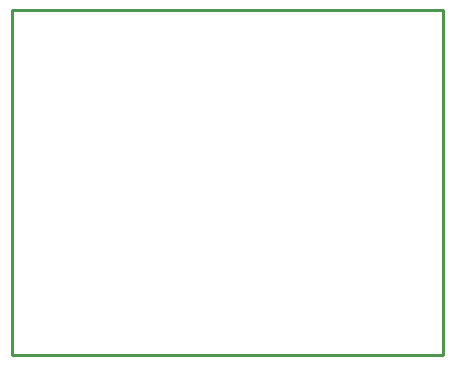
<source format=gbr>
G04 EAGLE Gerber X2 export*
%TF.Part,Single*%
%TF.FileFunction,Profile,NP*%
%TF.FilePolarity,Positive*%
%TF.GenerationSoftware,Autodesk,EAGLE,9.0.0*%
%TF.CreationDate,2018-07-10T22:09:29Z*%
G75*
%MOMM*%
%FSLAX34Y34*%
%LPD*%
%AMOC8*
5,1,8,0,0,1.08239X$1,22.5*%
G01*
%ADD10C,0.254000*%


D10*
X0Y0D02*
X365000Y0D01*
X365000Y292000D01*
X0Y292000D01*
X0Y0D01*
M02*

</source>
